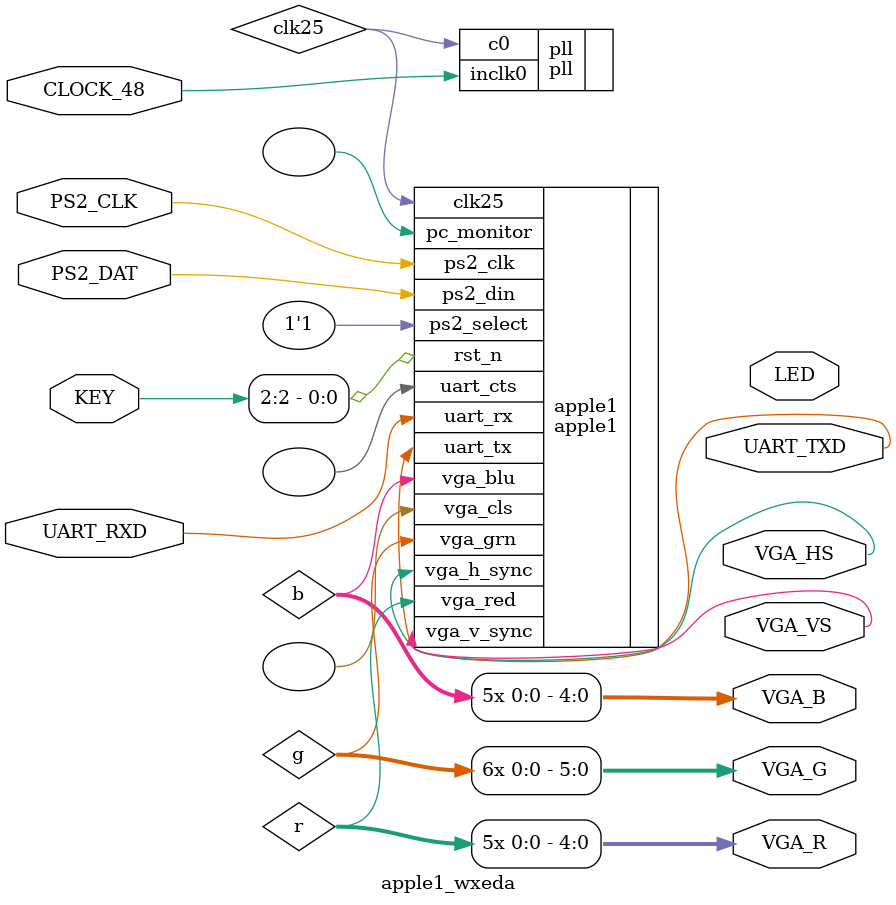
<source format=sv>
module apple1_wxeda(
	output   [3:0] 	LED,
	output  	[4:0] 	VGA_R,
	output  	[5:0] 	VGA_G,
	output  	[4:0] 	VGA_B,
	output        		VGA_HS,
	output        		VGA_VS,
	input         		CLOCK_48,
	input         		PS2_DAT,
	input         		PS2_CLK,
	input 	[3:0] 	KEY,
	input         		UART_RXD,	
	output        		UART_TXD
	);

wire 	clk25;
wire	r, g, b;
assign VGA_R = {r,r,r,r,r};
assign VGA_G = {g,g,g,g,g,g};
assign VGA_B = {b,b,b,b,b};

pll pll(
	.inclk0		( CLOCK_48	),
	.c0			( clk25		)
	);
	
apple1 apple1(
	.clk25		( clk25		),
	.rst_n		( KEY[2]		),
	.uart_rx		( UART_RXD	),
	.uart_tx		( UART_TXD	),
	.uart_cts	(				),
	.ps2_clk		( PS2_CLK	),
	.ps2_din		( PS2_DAT	),
	.ps2_select	( 1'b1		),
	.vga_h_sync	( VGA_HS		),
   .vga_v_sync	( VGA_VS		),
	.vga_red		( r			),
	.vga_grn		( g			),
	.vga_blu		( b			),
	.vga_cls		(				),
   .pc_monitor	(				)
	);

endmodule 
</source>
